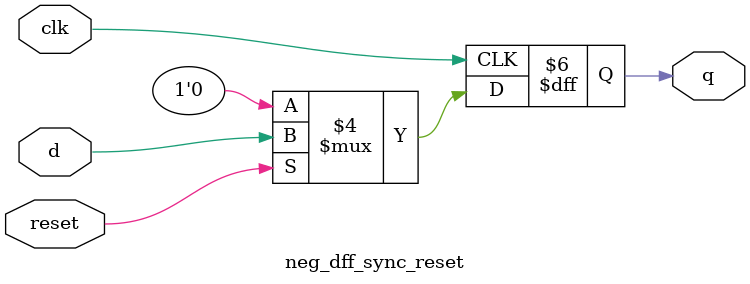
<source format=v>
module neg_dff_sync_reset(
    input clk,
    input reset,
    input d,
    output reg q);
    
    always @(negedge clk) begin
        if (!reset)
            q <= 1'b0;
        else
            q <= d;
end
endmodule


</source>
